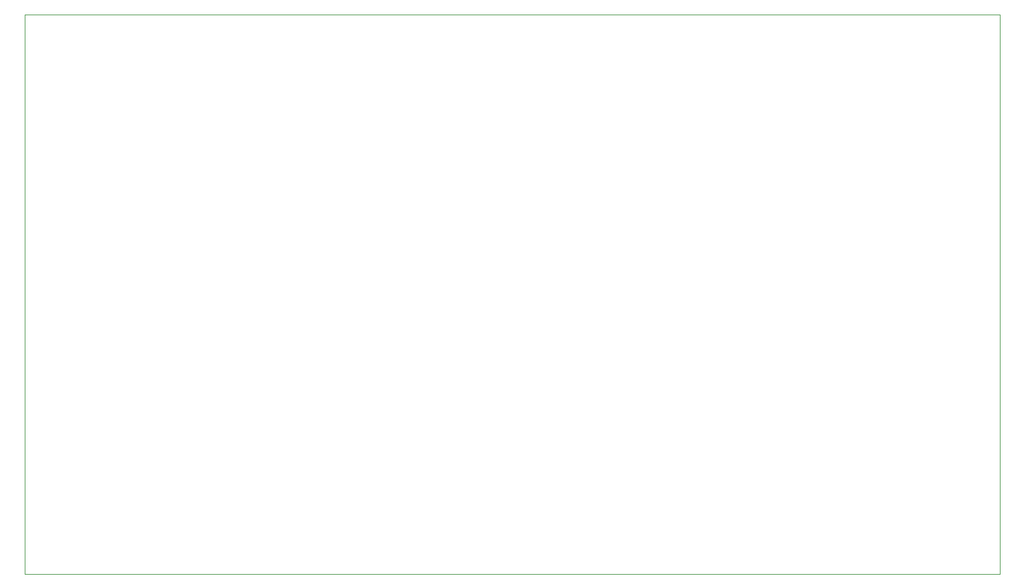
<source format=gbr>
%TF.GenerationSoftware,KiCad,Pcbnew,7.0.8*%
%TF.CreationDate,2024-06-23T22:33:46+02:00*%
%TF.ProjectId,Stima V4 Slave R1_1,5374696d-6120-4563-9420-536c61766520,rev?*%
%TF.SameCoordinates,Original*%
%TF.FileFunction,Profile,NP*%
%FSLAX46Y46*%
G04 Gerber Fmt 4.6, Leading zero omitted, Abs format (unit mm)*
G04 Created by KiCad (PCBNEW 7.0.8) date 2024-06-23 22:33:46*
%MOMM*%
%LPD*%
G01*
G04 APERTURE LIST*
%TA.AperFunction,Profile*%
%ADD10C,0.050000*%
%TD*%
G04 APERTURE END LIST*
D10*
X213525100Y-67665600D02*
X83477100Y-67665600D01*
X213525100Y-142341600D02*
X213525100Y-67665600D01*
X83477100Y-67665600D02*
X83477100Y-142341600D01*
X83477100Y-142341600D02*
X213525100Y-142341600D01*
M02*

</source>
